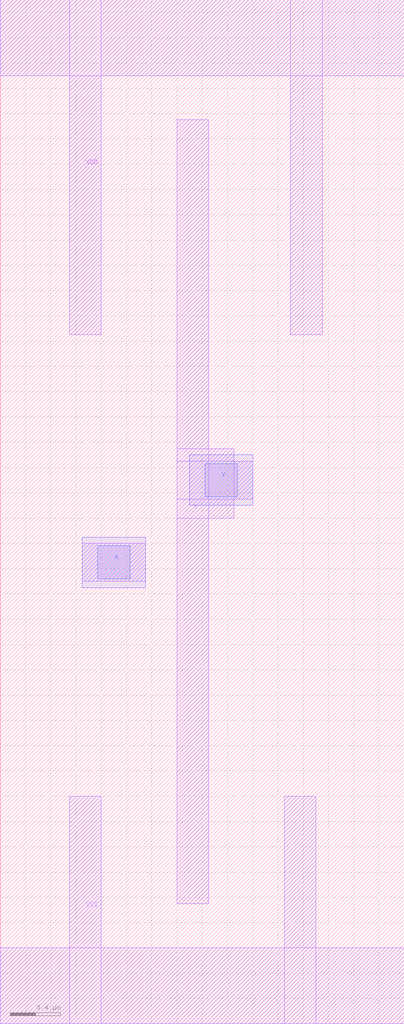
<source format=lef>
# Copyright 2022 Google LLC
# Licensed under the Apache License, Version 2.0 (the "License");
# you may not use this file except in compliance with the License.
# You may obtain a copy of the License at
#
#      http://www.apache.org/licenses/LICENSE-2.0
#
# Unless required by applicable law or agreed to in writing, software
# distributed under the License is distributed on an "AS IS" BASIS,
# WITHOUT WARRANTIES OR CONDITIONS OF ANY KIND, either express or implied.
# See the License for the specific language governing permissions and
# limitations under the License.
VERSION 5.7 ;
BUSBITCHARS "[]" ;
DIVIDERCHAR "/" ;

MACRO gf180mcu_osu_sc_12T_inv_2
  CLASS CORE ;
  ORIGIN 0 0 ;
  FOREIGN gf180mcu_osu_sc_12T_inv_2 0 0 ;
  SIZE 3.2 BY 8.1 ;
  SYMMETRY X Y ;
  SITE GF180_3p3_12t ;
  PIN VDD
    DIRECTION INOUT ;
    USE POWER ;
    SHAPE ABUTMENT ;
    PORT
      LAYER MET1 ;
        RECT 0 7.5 3.2 8.1 ;
        RECT 2.3 5.45 2.55 8.1 ;
        RECT 0.55 5.45 0.8 8.1 ;
    END
  END VDD
  PIN VSS
    DIRECTION INOUT ;
    USE GROUND ;
    PORT
      LAYER MET1 ;
        RECT 0 0 3.2 0.6 ;
        RECT 2.25 0 2.5 1.8 ;
        RECT 0.55 0 0.8 1.8 ;
    END
  END VSS
  PIN A
    DIRECTION INPUT ;
    USE SIGNAL ;
    PORT
      LAYER MET1 ;
        RECT 0.65 3.5 1.15 3.8 ;
      LAYER MET2 ;
        RECT 0.65 3.45 1.15 3.85 ;
      LAYER VIA12 ;
        RECT 0.77 3.52 1.03 3.78 ;
    END
  END A
  PIN Y
    DIRECTION OUTPUT ;
    USE SIGNAL ;
    PORT
      LAYER MET1 ;
        RECT 1.4 4.15 2 4.45 ;
        RECT 1.4 4 1.85 4.55 ;
        RECT 1.4 0.95 1.65 7.15 ;
      LAYER MET2 ;
        RECT 1.5 4.1 2 4.5 ;
      LAYER VIA12 ;
        RECT 1.62 4.17 1.88 4.43 ;
    END
  END Y
END gf180mcu_osu_sc_12T_inv_2

</source>
